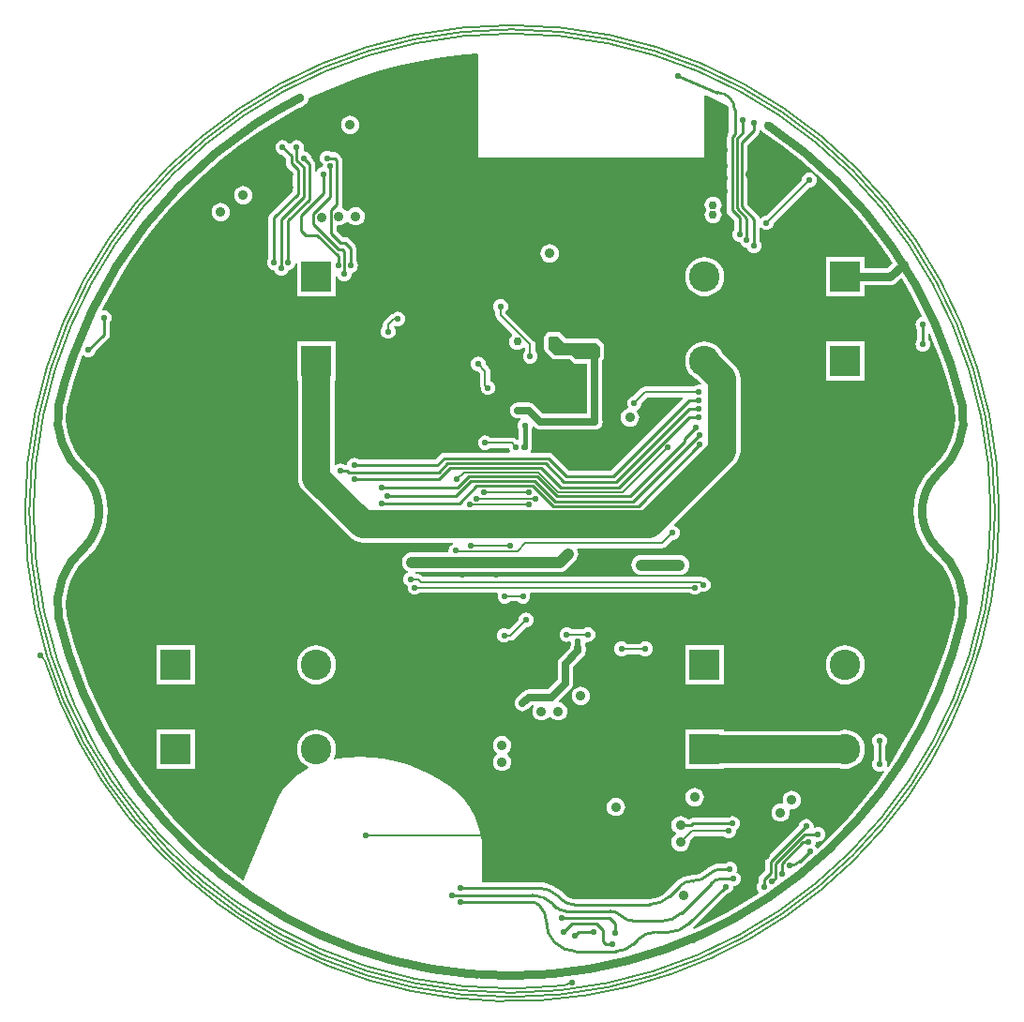
<source format=gbl>
%FSLAX25Y25*%
%MOIN*%
G70*
G01*
G75*
G04 Layer_Physical_Order=2*
G04 Layer_Color=16711680*
%ADD10C,0.01000*%
%ADD11C,0.00500*%
%ADD12C,0.00600*%
%ADD13R,0.03347X0.02953*%
%ADD14R,0.02953X0.03347*%
%ADD15R,0.03543X0.02953*%
G04:AMPARAMS|DCode=16|XSize=17.72mil|YSize=19.69mil|CornerRadius=0mil|HoleSize=0mil|Usage=FLASHONLY|Rotation=22.500|XOffset=0mil|YOffset=0mil|HoleType=Round|Shape=Rectangle|*
%AMROTATEDRECTD16*
4,1,4,-0.00442,-0.01248,-0.01195,0.00570,0.00442,0.01248,0.01195,-0.00570,-0.00442,-0.01248,0.0*
%
%ADD16ROTATEDRECTD16*%

G04:AMPARAMS|DCode=17|XSize=33.47mil|YSize=35.43mil|CornerRadius=0mil|HoleSize=0mil|Usage=FLASHONLY|Rotation=202.500|XOffset=0mil|YOffset=0mil|HoleType=Round|Shape=Rectangle|*
%AMROTATEDRECTD17*
4,1,4,0.00868,0.02277,0.02224,-0.00997,-0.00868,-0.02277,-0.02224,0.00997,0.00868,0.02277,0.0*
%
%ADD17ROTATEDRECTD17*%

G04:AMPARAMS|DCode=18|XSize=17.72mil|YSize=19.69mil|CornerRadius=0mil|HoleSize=0mil|Usage=FLASHONLY|Rotation=112.500|XOffset=0mil|YOffset=0mil|HoleType=Round|Shape=Rectangle|*
%AMROTATEDRECTD18*
4,1,4,0.01248,-0.00442,-0.00570,-0.01195,-0.01248,0.00442,0.00570,0.01195,0.01248,-0.00442,0.0*
%
%ADD18ROTATEDRECTD18*%

G04:AMPARAMS|DCode=19|XSize=33.47mil|YSize=35.43mil|CornerRadius=0mil|HoleSize=0mil|Usage=FLASHONLY|Rotation=292.500|XOffset=0mil|YOffset=0mil|HoleType=Round|Shape=Rectangle|*
%AMROTATEDRECTD19*
4,1,4,-0.02277,0.00868,0.00997,0.02224,0.02277,-0.00868,-0.00997,-0.02224,-0.02277,0.00868,0.0*
%
%ADD19ROTATEDRECTD19*%

G04:AMPARAMS|DCode=20|XSize=17.72mil|YSize=19.69mil|CornerRadius=0mil|HoleSize=0mil|Usage=FLASHONLY|Rotation=337.500|XOffset=0mil|YOffset=0mil|HoleType=Round|Shape=Rectangle|*
%AMROTATEDRECTD20*
4,1,4,-0.01195,-0.00570,-0.00442,0.01248,0.01195,0.00570,0.00442,-0.01248,-0.01195,-0.00570,0.0*
%
%ADD20ROTATEDRECTD20*%

G04:AMPARAMS|DCode=21|XSize=33.47mil|YSize=35.43mil|CornerRadius=0mil|HoleSize=0mil|Usage=FLASHONLY|Rotation=157.500|XOffset=0mil|YOffset=0mil|HoleType=Round|Shape=Rectangle|*
%AMROTATEDRECTD21*
4,1,4,0.02224,0.00997,0.00868,-0.02277,-0.02224,-0.00997,-0.00868,0.02277,0.02224,0.00997,0.0*
%
%ADD21ROTATEDRECTD21*%

G04:AMPARAMS|DCode=22|XSize=17.72mil|YSize=19.69mil|CornerRadius=0mil|HoleSize=0mil|Usage=FLASHONLY|Rotation=247.500|XOffset=0mil|YOffset=0mil|HoleType=Round|Shape=Rectangle|*
%AMROTATEDRECTD22*
4,1,4,-0.00570,0.01195,0.01248,0.00442,0.00570,-0.01195,-0.01248,-0.00442,-0.00570,0.01195,0.0*
%
%ADD22ROTATEDRECTD22*%

G04:AMPARAMS|DCode=23|XSize=33.47mil|YSize=35.43mil|CornerRadius=0mil|HoleSize=0mil|Usage=FLASHONLY|Rotation=67.500|XOffset=0mil|YOffset=0mil|HoleType=Round|Shape=Rectangle|*
%AMROTATEDRECTD23*
4,1,4,0.00997,-0.02224,-0.02277,-0.00868,-0.00997,0.02224,0.02277,0.00868,0.00997,-0.02224,0.0*
%
%ADD23ROTATEDRECTD23*%

%ADD24R,0.02362X0.02362*%
%ADD25R,0.01890X0.01575*%
%ADD26R,0.03150X0.05118*%
%ADD27R,0.02362X0.02559*%
%ADD28C,0.03200*%
%ADD29R,0.02559X0.02362*%
%ADD30R,0.08268X0.08268*%
%ADD31O,0.02559X0.01181*%
%ADD32O,0.01181X0.02559*%
%ADD33R,0.02953X0.03543*%
%ADD34R,0.03543X0.07480*%
%ADD35R,0.02362X0.02362*%
%ADD36R,0.02362X0.02756*%
%ADD37R,0.04724X0.05512*%
G04:AMPARAMS|DCode=38|XSize=11.02mil|YSize=33.47mil|CornerRadius=0mil|HoleSize=0mil|Usage=FLASHONLY|Rotation=0.000|XOffset=0mil|YOffset=0mil|HoleType=Round|Shape=Octagon|*
%AMOCTAGOND38*
4,1,8,-0.00276,0.01673,0.00276,0.01673,0.00551,0.01398,0.00551,-0.01398,0.00276,-0.01673,-0.00276,-0.01673,-0.00551,-0.01398,-0.00551,0.01398,-0.00276,0.01673,0.0*
%
%ADD38OCTAGOND38*%

%ADD39R,0.01102X0.03347*%
%ADD40R,0.03347X0.01102*%
%ADD41R,0.13583X0.13583*%
%ADD42R,0.05709X0.02165*%
%ADD43R,0.05512X0.04724*%
%ADD44R,0.05118X0.07480*%
%ADD45R,0.03000X0.10000*%
%ADD46R,0.17716X0.17716*%
%ADD47R,0.03600X0.04800*%
%ADD48R,0.09055X0.02559*%
%ADD49R,0.08071X0.11417*%
%ADD50R,0.08661X0.04095*%
%ADD51C,0.10000*%
%ADD52C,0.01500*%
%ADD53C,0.00800*%
%ADD54C,0.04000*%
%ADD55C,0.02000*%
%ADD56C,0.03000*%
%ADD57C,0.02500*%
%ADD58C,0.00700*%
%ADD59R,0.07000X0.23500*%
%ADD60R,0.15700X0.07000*%
%ADD61R,0.03000X0.03300*%
%ADD62C,0.03500*%
%ADD63C,0.02000*%
%ADD64R,0.10800X0.10800*%
%ADD65C,0.10800*%
%ADD66C,0.03000*%
%ADD67C,0.02200*%
%ADD68C,0.04000*%
%ADD69C,0.02598*%
G36*
X-11500Y162649D02*
Y125984D01*
X68898D01*
Y147757D01*
X69317Y148030D01*
X69892Y147775D01*
X77059Y144167D01*
X77538Y143896D01*
X77543Y143883D01*
X77676Y142876D01*
X77661Y142800D01*
Y135007D01*
X77458Y134805D01*
X77016Y134143D01*
X76861Y133363D01*
Y107100D01*
X76861Y107100D01*
X76861D01*
X77016Y106320D01*
X77458Y105658D01*
X79461Y103655D01*
Y100113D01*
X79229Y99811D01*
X78967Y99179D01*
X78878Y98500D01*
X78967Y97821D01*
X79229Y97189D01*
X79646Y96646D01*
X80189Y96229D01*
X80821Y95967D01*
X81459Y95883D01*
X81467Y95821D01*
X81729Y95189D01*
X82146Y94646D01*
X82689Y94229D01*
X83321Y93967D01*
X83959Y93883D01*
X83967Y93821D01*
X84229Y93189D01*
X84646Y92646D01*
X85189Y92229D01*
X85821Y91967D01*
X86500Y91878D01*
X87179Y91967D01*
X87811Y92229D01*
X88354Y92646D01*
X88771Y93189D01*
X89033Y93821D01*
X89122Y94500D01*
X89033Y95179D01*
X88771Y95811D01*
X88539Y96114D01*
Y100843D01*
X89013Y101004D01*
X89146Y100831D01*
X89689Y100414D01*
X90321Y100152D01*
X91000Y100063D01*
X91679Y100152D01*
X92311Y100414D01*
X92854Y100831D01*
X93271Y101374D01*
X93533Y102006D01*
X93605Y102550D01*
X106292Y115238D01*
X106836Y115309D01*
X107469Y115571D01*
X108012Y115988D01*
X108429Y116531D01*
X108691Y117164D01*
X108780Y117842D01*
X108691Y118521D01*
X108429Y119154D01*
X108012Y119697D01*
X107469Y120114D01*
X106836Y120376D01*
X106158Y120465D01*
X105479Y120376D01*
X104846Y120114D01*
X104303Y119697D01*
X103886Y119154D01*
X103624Y118521D01*
X103553Y117977D01*
X90865Y105290D01*
X90321Y105218D01*
X89689Y104956D01*
X89146Y104539D01*
X88952Y104287D01*
X88465Y104400D01*
X88384Y104806D01*
X87942Y105467D01*
X84139Y109270D01*
Y130255D01*
X88028Y134145D01*
X88028Y134145D01*
X88471Y134806D01*
X88607Y135491D01*
X89094Y135604D01*
X89503Y135071D01*
X90129Y134590D01*
X90189Y134565D01*
X96503Y130119D01*
X102771Y125227D01*
X108792Y120033D01*
X114550Y114550D01*
X120033Y108792D01*
X125227Y102771D01*
X130119Y96503D01*
X134697Y90002D01*
X135805Y88252D01*
X133854Y86526D01*
X125900D01*
Y90400D01*
X112100D01*
Y76600D01*
X125900D01*
Y80474D01*
X135000D01*
X135301Y80514D01*
X135603Y80535D01*
X135691Y80565D01*
X135783Y80577D01*
X136063Y80693D01*
X136350Y80792D01*
X136427Y80844D01*
X136513Y80879D01*
X136753Y81064D01*
X137005Y81234D01*
X138778Y82802D01*
X139271Y82719D01*
X142870Y76366D01*
X146280Y69591D01*
X146046Y69150D01*
X145921Y69133D01*
X145289Y68871D01*
X144746Y68454D01*
X144329Y67911D01*
X144067Y67279D01*
X143978Y66600D01*
X144067Y65921D01*
X144329Y65289D01*
X144561Y64986D01*
Y61014D01*
X144329Y60711D01*
X144067Y60079D01*
X143978Y59400D01*
X144067Y58721D01*
X144329Y58089D01*
X144746Y57546D01*
X145289Y57129D01*
X145921Y56867D01*
X146600Y56778D01*
X147279Y56867D01*
X147911Y57129D01*
X148454Y57546D01*
X148871Y58089D01*
X149133Y58721D01*
X149222Y59400D01*
X149133Y60079D01*
X148871Y60711D01*
X148639Y61014D01*
Y63107D01*
X149128Y63210D01*
X149667Y61994D01*
X152529Y54576D01*
X155023Y47026D01*
X157144Y39362D01*
X157733Y36739D01*
X157733D01*
X157747Y36730D01*
X157829Y36315D01*
X158028Y33283D01*
X157829Y30250D01*
X157237Y27269D01*
X156260Y24391D01*
X154915Y21665D01*
X153227Y19139D01*
X151223Y16853D01*
X149713Y15529D01*
X149713D01*
X149713Y15529D01*
X149708Y15484D01*
X149659Y15443D01*
X149516Y15346D01*
X149516D01*
X147684Y13258D01*
X146118Y10913D01*
X144871Y8384D01*
X143964Y5714D01*
X143414Y2949D01*
X143230Y135D01*
X143414Y-2679D01*
X143964Y-5444D01*
X144871Y-8114D01*
X146118Y-10643D01*
X147684Y-12988D01*
X149544Y-15108D01*
X149575Y-15135D01*
X149575Y-15135D01*
Y-15135D01*
X149708Y-15224D01*
X149762Y-15269D01*
X149764Y-15310D01*
X149764Y-15310D01*
X149764Y-15310D01*
X151274Y-16634D01*
X153278Y-18919D01*
X154966Y-21446D01*
X156310Y-24172D01*
X157287Y-27050D01*
X157880Y-30031D01*
X158079Y-33063D01*
X157880Y-36096D01*
X157797Y-36513D01*
X157781Y-36524D01*
X157781D01*
X157144Y-39362D01*
X155023Y-47026D01*
X152529Y-54576D01*
X149667Y-61994D01*
X146445Y-69263D01*
X142870Y-76366D01*
X138951Y-83284D01*
X134697Y-90002D01*
X134207Y-90697D01*
X133741Y-90516D01*
X133822Y-89900D01*
X133733Y-89221D01*
X133471Y-88589D01*
X133239Y-88287D01*
Y-83113D01*
X133471Y-82811D01*
X133733Y-82179D01*
X133822Y-81500D01*
X133733Y-80821D01*
X133471Y-80189D01*
X133054Y-79646D01*
X132511Y-79229D01*
X131879Y-78967D01*
X131200Y-78878D01*
X130521Y-78967D01*
X129889Y-79229D01*
X129346Y-79646D01*
X128929Y-80189D01*
X128667Y-80821D01*
X128578Y-81500D01*
X128667Y-82179D01*
X128929Y-82811D01*
X129161Y-83113D01*
Y-88287D01*
X128929Y-88589D01*
X128667Y-89221D01*
X128578Y-89900D01*
X128667Y-90579D01*
X128929Y-91211D01*
X129346Y-91754D01*
X129889Y-92171D01*
X130521Y-92433D01*
X131200Y-92522D01*
X131879Y-92433D01*
X132511Y-92171D01*
X132627Y-92082D01*
X132988Y-92428D01*
X130119Y-96503D01*
X125227Y-102771D01*
X120033Y-108792D01*
X114550Y-114550D01*
X109187Y-119657D01*
X108698Y-119553D01*
X108671Y-119489D01*
X108254Y-118946D01*
X108248Y-118941D01*
X108271Y-118911D01*
X108533Y-118279D01*
X108622Y-117603D01*
X109019Y-117299D01*
X109200Y-117322D01*
X109879Y-117233D01*
X110511Y-116971D01*
X111054Y-116554D01*
X111471Y-116011D01*
X111733Y-115379D01*
X111822Y-114700D01*
X111733Y-114021D01*
X111471Y-113389D01*
X111054Y-112846D01*
X110511Y-112429D01*
X109879Y-112167D01*
X109200Y-112078D01*
X108521Y-112167D01*
X108074Y-112352D01*
X107677Y-112048D01*
X107697Y-111900D01*
X107608Y-111221D01*
X107346Y-110589D01*
X106929Y-110046D01*
X106386Y-109629D01*
X105753Y-109367D01*
X105075Y-109278D01*
X104396Y-109367D01*
X103763Y-109629D01*
X103220Y-110046D01*
X102803Y-110589D01*
X102541Y-111221D01*
X102492Y-111599D01*
X91158Y-122933D01*
X90716Y-123594D01*
X90561Y-124374D01*
Y-127555D01*
X88658Y-129458D01*
X88216Y-130120D01*
X88061Y-130900D01*
Y-131787D01*
X87829Y-132089D01*
X87567Y-132721D01*
X87478Y-133400D01*
X87567Y-134079D01*
X87829Y-134711D01*
X88246Y-135254D01*
X88295Y-135292D01*
X88273Y-135792D01*
X83284Y-138951D01*
X76366Y-142870D01*
X69263Y-146445D01*
X65079Y-148300D01*
X64796Y-147888D01*
X76801Y-135883D01*
X77179Y-135833D01*
X77811Y-135571D01*
X78354Y-135154D01*
X78771Y-134611D01*
X79033Y-133979D01*
X79122Y-133300D01*
X79200Y-133222D01*
X79879Y-133133D01*
X80511Y-132871D01*
X81054Y-132454D01*
X81471Y-131911D01*
X81733Y-131279D01*
X81822Y-130600D01*
X81733Y-129921D01*
X81471Y-129289D01*
X81054Y-128746D01*
X80511Y-128329D01*
X80335Y-128256D01*
X80533Y-127779D01*
X80622Y-127100D01*
X80533Y-126421D01*
X80271Y-125789D01*
X79854Y-125246D01*
X79311Y-124829D01*
X78679Y-124567D01*
X78000Y-124478D01*
X77321Y-124567D01*
X76689Y-124829D01*
X76386Y-125061D01*
X74946D01*
Y-125061D01*
X73349Y-125218D01*
X71813Y-125684D01*
X70398Y-126440D01*
X69158Y-127458D01*
X69158Y-127458D01*
X69122Y-127512D01*
X68236Y-128239D01*
X67168Y-128810D01*
X66010Y-129161D01*
X64869Y-129273D01*
X64806Y-129261D01*
X64700D01*
Y-129259D01*
X63030Y-129423D01*
X61424Y-129910D01*
X59944Y-130701D01*
X58648Y-131766D01*
X58649Y-131767D01*
X55087Y-135329D01*
X55034Y-135408D01*
X53896Y-136342D01*
X52515Y-137080D01*
X51016Y-137535D01*
X49551Y-137679D01*
X49458Y-137661D01*
X22446D01*
X22371Y-137676D01*
X21376Y-137545D01*
X20380Y-137132D01*
X19584Y-136521D01*
X19542Y-136458D01*
X18371Y-135287D01*
X18356Y-135277D01*
X16933Y-134062D01*
X15323Y-133075D01*
X13577Y-132352D01*
X11741Y-131911D01*
X9875Y-131764D01*
X9858Y-131761D01*
X-9932D01*
X-10286Y-131407D01*
X-10284Y-127000D01*
X-10198Y-118393D01*
X-10276Y-116992D01*
X-10803Y-113890D01*
X-11674Y-110867D01*
X-12878Y-107961D01*
X-14400Y-105208D01*
X-16220Y-102642D01*
X-16887Y-101895D01*
Y-101895D01*
X-16752Y-101769D01*
X-16762Y-101760D01*
D01*
X-18510Y-100144D01*
X-21829Y-97527D01*
X-25343Y-95179D01*
X-29031Y-93114D01*
X-32870Y-91344D01*
X-36836Y-89881D01*
X-40904Y-88734D01*
X-45049Y-87909D01*
X-49247Y-87412D01*
X-53470Y-87246D01*
X-57694Y-87412D01*
X-61891Y-87909D01*
X-62557Y-88041D01*
X-62854Y-87640D01*
X-62594Y-87153D01*
X-62200Y-85853D01*
X-62067Y-84500D01*
X-62200Y-83147D01*
X-62594Y-81847D01*
X-63235Y-80648D01*
X-64097Y-79597D01*
X-65148Y-78735D01*
X-66347Y-78094D01*
X-67647Y-77700D01*
X-69000Y-77567D01*
X-70353Y-77700D01*
X-71653Y-78094D01*
X-72852Y-78735D01*
X-73903Y-79597D01*
X-74765Y-80648D01*
X-75406Y-81847D01*
X-75800Y-83147D01*
X-75933Y-84500D01*
X-75800Y-85853D01*
X-75406Y-87153D01*
X-74765Y-88352D01*
X-73903Y-89403D01*
X-72852Y-90265D01*
X-71888Y-90780D01*
X-71885Y-91280D01*
X-73943Y-92418D01*
X-76342Y-94120D01*
X-78535Y-96080D01*
X-80495Y-98273D01*
X-82197Y-100672D01*
X-82959Y-102050D01*
X-82959Y-102050D01*
X-94656Y-130940D01*
X-95135Y-131082D01*
X-96503Y-130119D01*
X-102771Y-125227D01*
X-108792Y-120033D01*
X-114550Y-114550D01*
X-120033Y-108792D01*
X-125227Y-102771D01*
X-130119Y-96503D01*
X-134697Y-90002D01*
X-138951Y-83284D01*
X-142870Y-76366D01*
X-146445Y-69263D01*
X-149667Y-61994D01*
X-152529Y-54576D01*
X-155023Y-47026D01*
X-157144Y-39362D01*
X-157730Y-36754D01*
X-157714Y-36731D01*
X-157714Y-36731D01*
X-157840Y-36096D01*
X-158039Y-33063D01*
X-157840Y-30031D01*
X-157247Y-27050D01*
X-156271Y-24172D01*
X-154926Y-21446D01*
X-153238Y-18919D01*
X-151234Y-16634D01*
X-149724Y-15310D01*
X-149724D01*
X-149724Y-15310D01*
X-149722Y-15269D01*
X-149716Y-15263D01*
X-149716D01*
X-149712Y-15260D01*
D01*
X-149669Y-15224D01*
X-149669Y-15224D01*
D01*
D01*
X-149669Y-15224D01*
D01*
X-149669Y-15223D01*
X-149535Y-15135D01*
X-149535Y-15135D01*
Y-15135D01*
X-149504Y-15108D01*
X-147644Y-12988D01*
X-146078Y-10643D01*
X-144831Y-8114D01*
X-143924Y-5444D01*
X-143374Y-2679D01*
X-143190Y135D01*
X-143374Y2949D01*
X-143924Y5714D01*
X-144831Y8384D01*
X-146078Y10913D01*
X-147644Y13258D01*
X-147644D01*
X-147644Y13258D01*
D01*
X-149475Y15345D01*
X-149475D01*
X-149476Y15346D01*
X-149476D01*
X-149619Y15443D01*
X-149619Y15443D01*
D01*
X-149619Y15443D01*
D01*
D01*
X-149619Y15443D01*
X-149668Y15484D01*
X-149673Y15529D01*
X-149673Y15529D01*
X-149673Y15529D01*
X-151183Y16853D01*
X-153187Y19139D01*
X-154876Y21665D01*
X-156220Y24391D01*
X-157197Y27269D01*
X-157790Y30250D01*
X-157988Y33283D01*
X-157790Y36315D01*
X-157663Y36950D01*
X-157663Y36950D01*
X-157680Y36975D01*
X-157144Y39362D01*
X-155023Y47026D01*
X-152529Y54576D01*
X-152207Y55411D01*
X-151725Y55547D01*
X-151311Y55229D01*
X-150679Y54967D01*
X-150000Y54878D01*
X-149321Y54967D01*
X-148689Y55229D01*
X-148146Y55646D01*
X-147729Y56189D01*
X-147467Y56821D01*
X-147417Y57199D01*
X-143058Y61558D01*
X-143058Y61558D01*
X-142793Y61955D01*
X-142616Y62220D01*
X-142461Y63000D01*
X-142461Y63000D01*
X-142461Y63000D01*
Y63000D01*
Y67387D01*
X-142229Y67689D01*
X-141967Y68321D01*
X-141878Y69000D01*
X-141967Y69679D01*
X-142229Y70311D01*
X-142646Y70854D01*
X-143189Y71271D01*
X-143821Y71533D01*
X-144500Y71622D01*
X-144782Y71585D01*
X-145071Y71993D01*
X-142870Y76366D01*
X-138951Y83284D01*
X-134697Y90002D01*
X-130119Y96503D01*
X-125227Y102771D01*
X-120033Y108792D01*
X-114550Y114550D01*
X-108792Y120033D01*
X-102771Y125227D01*
X-96503Y130119D01*
X-90002Y134697D01*
X-83284Y138951D01*
X-76366Y142870D01*
X-73474Y144326D01*
Y144326D01*
X-73456Y144376D01*
X-73344Y144422D01*
X-72717Y144903D01*
X-72237Y145529D01*
X-71934Y146259D01*
X-71865Y146782D01*
X-69892Y147775D01*
X-62557Y151026D01*
X-55071Y153914D01*
X-47453Y156431D01*
X-39720Y158571D01*
X-31891Y160329D01*
X-23986Y161700D01*
X-16023Y162682D01*
X-11866Y162989D01*
X-11500Y162649D01*
D02*
G37*
%LPC*%
G36*
X119000Y-47567D02*
X117647Y-47700D01*
X116347Y-48094D01*
X115148Y-48735D01*
X114097Y-49597D01*
X113235Y-50648D01*
X112594Y-51847D01*
X112200Y-53147D01*
X112067Y-54500D01*
X112200Y-55853D01*
X112594Y-57153D01*
X113235Y-58352D01*
X114097Y-59403D01*
X115148Y-60265D01*
X116347Y-60906D01*
X117647Y-61300D01*
X119000Y-61433D01*
X120353Y-61300D01*
X121653Y-60906D01*
X122852Y-60265D01*
X123903Y-59403D01*
X124765Y-58352D01*
X125406Y-57153D01*
X125800Y-55853D01*
X125933Y-54500D01*
X125800Y-53147D01*
X125406Y-51847D01*
X124765Y-50648D01*
X123903Y-49597D01*
X122852Y-48735D01*
X121653Y-48094D01*
X120353Y-47700D01*
X119000Y-47567D01*
D02*
G37*
G36*
X-69000D02*
X-70353Y-47700D01*
X-71653Y-48094D01*
X-72852Y-48735D01*
X-73903Y-49597D01*
X-74765Y-50648D01*
X-75406Y-51847D01*
X-75800Y-53147D01*
X-75933Y-54500D01*
X-75800Y-55853D01*
X-75406Y-57153D01*
X-74765Y-58352D01*
X-73903Y-59403D01*
X-72852Y-60265D01*
X-71653Y-60906D01*
X-70353Y-61300D01*
X-69000Y-61433D01*
X-67647Y-61300D01*
X-66347Y-60906D01*
X-65148Y-60265D01*
X-64097Y-59403D01*
X-63235Y-58352D01*
X-62594Y-57153D01*
X-62200Y-55853D01*
X-62067Y-54500D01*
X-62200Y-53147D01*
X-62594Y-51847D01*
X-63235Y-50648D01*
X-64097Y-49597D01*
X-65148Y-48735D01*
X-66347Y-48094D01*
X-67647Y-47700D01*
X-69000Y-47567D01*
D02*
G37*
G36*
X25000Y-62222D02*
X24152Y-62334D01*
X23361Y-62661D01*
X22682Y-63182D01*
X22161Y-63861D01*
X21834Y-64652D01*
X21722Y-65500D01*
X21834Y-66348D01*
X22161Y-67139D01*
X22682Y-67818D01*
X23361Y-68339D01*
X24152Y-68666D01*
X25000Y-68778D01*
X25848Y-68666D01*
X26639Y-68339D01*
X27318Y-67818D01*
X27839Y-67139D01*
X28166Y-66348D01*
X28278Y-65500D01*
X28166Y-64652D01*
X27839Y-63861D01*
X27318Y-63182D01*
X26639Y-62661D01*
X25848Y-62334D01*
X25000Y-62222D01*
D02*
G37*
G36*
X-112100Y-47600D02*
X-125900D01*
Y-61400D01*
X-112100D01*
Y-47600D01*
D02*
G37*
G36*
X27500Y-41133D02*
X26821Y-41223D01*
X26189Y-41485D01*
X25754Y-41819D01*
X21746D01*
X21311Y-41485D01*
X20679Y-41223D01*
X20000Y-41133D01*
X19321Y-41223D01*
X18689Y-41485D01*
X18146Y-41902D01*
X17729Y-42445D01*
X17467Y-43077D01*
X17378Y-43756D01*
X17467Y-44435D01*
X17729Y-45067D01*
X18146Y-45610D01*
X18689Y-46027D01*
X19321Y-46289D01*
X20000Y-46378D01*
X20679Y-46289D01*
X20998Y-46157D01*
X21431Y-46407D01*
X21451Y-46558D01*
Y-47468D01*
X21321Y-47782D01*
X21242Y-48382D01*
X17539Y-52085D01*
X17098Y-52660D01*
X16983Y-52937D01*
X16821Y-53329D01*
X16726Y-54046D01*
Y-59851D01*
X13351Y-63226D01*
X6500D01*
X5782Y-63321D01*
X5113Y-63598D01*
X4539Y-64039D01*
X2328Y-66249D01*
X1887Y-66824D01*
X1610Y-67493D01*
X1516Y-68211D01*
X1610Y-68928D01*
X1887Y-69598D01*
X2328Y-70172D01*
X2902Y-70613D01*
X3571Y-70890D01*
X4289Y-70984D01*
X5007Y-70890D01*
X5676Y-70613D01*
X6251Y-70172D01*
X7612Y-68811D01*
X8105Y-68892D01*
X8268Y-69222D01*
X8161Y-69361D01*
X7834Y-70152D01*
X7722Y-71000D01*
X7834Y-71848D01*
X8161Y-72639D01*
X8682Y-73318D01*
X9361Y-73839D01*
X10152Y-74166D01*
X11000Y-74278D01*
X11848Y-74166D01*
X12639Y-73839D01*
X13318Y-73318D01*
X13750Y-72755D01*
X14250D01*
X14682Y-73318D01*
X15361Y-73839D01*
X16152Y-74166D01*
X17000Y-74278D01*
X17848Y-74166D01*
X18639Y-73839D01*
X19318Y-73318D01*
X19839Y-72639D01*
X20166Y-71848D01*
X20278Y-71000D01*
X20166Y-70152D01*
X19839Y-69361D01*
X19318Y-68682D01*
X18639Y-68161D01*
X17848Y-67834D01*
X17296Y-67761D01*
X17135Y-67287D01*
X21461Y-62961D01*
X21902Y-62387D01*
X22179Y-61718D01*
X22274Y-61000D01*
X22274Y-61000D01*
X22274Y-61000D01*
Y-61000D01*
Y-55195D01*
X25961Y-51508D01*
X26402Y-50933D01*
X26517Y-50656D01*
X26679Y-50264D01*
X26774Y-49547D01*
Y-48500D01*
X26679Y-47782D01*
X26549Y-47468D01*
Y-46632D01*
X26925Y-46303D01*
X27500Y-46378D01*
X28179Y-46289D01*
X28811Y-46027D01*
X29354Y-45610D01*
X29771Y-45067D01*
X30033Y-44435D01*
X30122Y-43756D01*
X30033Y-43077D01*
X29771Y-42445D01*
X29354Y-41902D01*
X28811Y-41485D01*
X28179Y-41223D01*
X27500Y-41133D01*
D02*
G37*
G36*
X47900Y-46178D02*
X47221Y-46267D01*
X46589Y-46529D01*
X46046Y-46946D01*
X46031Y-46965D01*
X41269D01*
X41254Y-46946D01*
X40711Y-46529D01*
X40079Y-46267D01*
X39400Y-46178D01*
X38721Y-46267D01*
X38089Y-46529D01*
X37546Y-46946D01*
X37129Y-47489D01*
X36867Y-48121D01*
X36778Y-48800D01*
X36867Y-49479D01*
X37129Y-50111D01*
X37546Y-50654D01*
X38089Y-51071D01*
X38721Y-51333D01*
X39400Y-51422D01*
X40079Y-51333D01*
X40711Y-51071D01*
X41254Y-50654D01*
X41269Y-50635D01*
X46031D01*
X46046Y-50654D01*
X46589Y-51071D01*
X47221Y-51333D01*
X47900Y-51422D01*
X48579Y-51333D01*
X49211Y-51071D01*
X49754Y-50654D01*
X50171Y-50111D01*
X50433Y-49479D01*
X50522Y-48800D01*
X50433Y-48121D01*
X50171Y-47489D01*
X49754Y-46946D01*
X49211Y-46529D01*
X48579Y-46267D01*
X47900Y-46178D01*
D02*
G37*
G36*
X75900Y-47600D02*
X62100D01*
Y-61400D01*
X75900D01*
Y-47600D01*
D02*
G37*
G36*
X65500Y-98222D02*
X64652Y-98334D01*
X63861Y-98661D01*
X63182Y-99182D01*
X62661Y-99861D01*
X62334Y-100652D01*
X62222Y-101500D01*
X62334Y-102348D01*
X62661Y-103139D01*
X63182Y-103818D01*
X63861Y-104339D01*
X64652Y-104666D01*
X65500Y-104778D01*
X66348Y-104666D01*
X67139Y-104339D01*
X67818Y-103818D01*
X68339Y-103139D01*
X68666Y-102348D01*
X68778Y-101500D01*
X68666Y-100652D01*
X68339Y-99861D01*
X67818Y-99182D01*
X67139Y-98661D01*
X66348Y-98334D01*
X65500Y-98222D01*
D02*
G37*
G36*
X37500Y-101722D02*
X36652Y-101834D01*
X35861Y-102161D01*
X35182Y-102682D01*
X34661Y-103361D01*
X34334Y-104152D01*
X34222Y-105000D01*
X34334Y-105848D01*
X34661Y-106639D01*
X35182Y-107318D01*
X35861Y-107839D01*
X36652Y-108166D01*
X37500Y-108278D01*
X38348Y-108166D01*
X39139Y-107839D01*
X39818Y-107318D01*
X40339Y-106639D01*
X40666Y-105848D01*
X40778Y-105000D01*
X40666Y-104152D01*
X40339Y-103361D01*
X39818Y-102682D01*
X39139Y-102161D01*
X38348Y-101834D01*
X37500Y-101722D01*
D02*
G37*
G36*
X60500Y-108222D02*
X59652Y-108334D01*
X58861Y-108661D01*
X58182Y-109182D01*
X57661Y-109861D01*
X57334Y-110652D01*
X57222Y-111500D01*
X57334Y-112348D01*
X57661Y-113139D01*
X58182Y-113818D01*
X58745Y-114250D01*
Y-114750D01*
X58182Y-115182D01*
X57661Y-115861D01*
X57334Y-116652D01*
X57222Y-117500D01*
X57334Y-118348D01*
X57661Y-119139D01*
X58182Y-119818D01*
X58861Y-120339D01*
X59652Y-120666D01*
X60500Y-120778D01*
X61348Y-120666D01*
X62139Y-120339D01*
X62818Y-119818D01*
X63339Y-119139D01*
X63666Y-118348D01*
X63778Y-117500D01*
X63699Y-116897D01*
X65160Y-115435D01*
X75631D01*
X75646Y-115454D01*
X76189Y-115871D01*
X76821Y-116133D01*
X77500Y-116222D01*
X78179Y-116133D01*
X78811Y-115871D01*
X79354Y-115454D01*
X79771Y-114911D01*
X80033Y-114279D01*
X80122Y-113600D01*
X80079Y-113267D01*
X80311Y-113171D01*
X80854Y-112754D01*
X81271Y-112211D01*
X81533Y-111579D01*
X81622Y-110900D01*
X81533Y-110221D01*
X81271Y-109589D01*
X80854Y-109046D01*
X80311Y-108629D01*
X79679Y-108367D01*
X79000Y-108278D01*
X78321Y-108367D01*
X77689Y-108629D01*
X77386Y-108861D01*
X65000D01*
X64220Y-109016D01*
X63558Y-109458D01*
X63527Y-109489D01*
X63028Y-109456D01*
X62818Y-109182D01*
X62139Y-108661D01*
X61348Y-108334D01*
X60500Y-108222D01*
D02*
G37*
G36*
X100000Y-99222D02*
X99152Y-99334D01*
X98361Y-99661D01*
X97682Y-100182D01*
X97161Y-100861D01*
X96834Y-101652D01*
X96722Y-102500D01*
X96834Y-103348D01*
X96854Y-103398D01*
X96550Y-103794D01*
X96000Y-103722D01*
X95152Y-103834D01*
X94361Y-104161D01*
X93682Y-104682D01*
X93161Y-105361D01*
X92834Y-106152D01*
X92722Y-107000D01*
X92834Y-107848D01*
X93161Y-108639D01*
X93682Y-109318D01*
X94361Y-109839D01*
X95152Y-110166D01*
X96000Y-110278D01*
X96848Y-110166D01*
X97639Y-109839D01*
X98318Y-109318D01*
X98839Y-108639D01*
X99166Y-107848D01*
X99278Y-107000D01*
X99166Y-106152D01*
X99146Y-106102D01*
X99450Y-105706D01*
X100000Y-105778D01*
X100848Y-105666D01*
X101639Y-105339D01*
X102318Y-104818D01*
X102839Y-104139D01*
X103166Y-103348D01*
X103278Y-102500D01*
X103166Y-101652D01*
X102839Y-100861D01*
X102318Y-100182D01*
X101639Y-99661D01*
X100848Y-99334D01*
X100000Y-99222D01*
D02*
G37*
G36*
X119000Y-77567D02*
X117647Y-77700D01*
X116762Y-77969D01*
X75900D01*
Y-77600D01*
X62100D01*
Y-91400D01*
X75900D01*
Y-91031D01*
X116762D01*
X117647Y-91300D01*
X119000Y-91433D01*
X120353Y-91300D01*
X121653Y-90906D01*
X122852Y-90265D01*
X123903Y-89403D01*
X124765Y-88352D01*
X125406Y-87153D01*
X125800Y-85853D01*
X125933Y-84500D01*
X125800Y-83147D01*
X125406Y-81847D01*
X124765Y-80648D01*
X123903Y-79597D01*
X122852Y-78735D01*
X121653Y-78094D01*
X120353Y-77700D01*
X119000Y-77567D01*
D02*
G37*
G36*
X-112100Y-77600D02*
X-125900D01*
Y-91400D01*
X-112100D01*
Y-77600D01*
D02*
G37*
G36*
X-3000Y-79722D02*
X-3848Y-79834D01*
X-4639Y-80161D01*
X-5318Y-80682D01*
X-5839Y-81361D01*
X-6166Y-82152D01*
X-6278Y-83000D01*
X-6166Y-83848D01*
X-5839Y-84639D01*
X-5318Y-85318D01*
X-4755Y-85750D01*
Y-86250D01*
X-5318Y-86682D01*
X-5839Y-87361D01*
X-6166Y-88152D01*
X-6278Y-89000D01*
X-6166Y-89848D01*
X-5839Y-90639D01*
X-5318Y-91318D01*
X-4639Y-91839D01*
X-3848Y-92166D01*
X-3000Y-92278D01*
X-2152Y-92166D01*
X-1361Y-91839D01*
X-682Y-91318D01*
X-161Y-90639D01*
X166Y-89848D01*
X278Y-89000D01*
X166Y-88152D01*
X-161Y-87361D01*
X-682Y-86682D01*
X-1245Y-86250D01*
Y-85750D01*
X-682Y-85318D01*
X-161Y-84639D01*
X166Y-83848D01*
X278Y-83000D01*
X166Y-82152D01*
X-161Y-81361D01*
X-682Y-80682D01*
X-1361Y-80161D01*
X-2152Y-79834D01*
X-3000Y-79722D01*
D02*
G37*
G36*
X5500Y-35878D02*
X4821Y-35967D01*
X4189Y-36229D01*
X3646Y-36646D01*
X3229Y-37189D01*
X2967Y-37821D01*
X2878Y-38500D01*
X2881Y-38524D01*
X-613Y-42017D01*
X-989Y-41729D01*
X-1621Y-41467D01*
X-2300Y-41378D01*
X-2979Y-41467D01*
X-3611Y-41729D01*
X-4154Y-42146D01*
X-4571Y-42689D01*
X-4833Y-43321D01*
X-4922Y-44000D01*
X-4833Y-44679D01*
X-4571Y-45311D01*
X-4154Y-45854D01*
X-3611Y-46271D01*
X-2979Y-46533D01*
X-2300Y-46622D01*
X-1621Y-46533D01*
X-989Y-46271D01*
X-446Y-45854D01*
X-431Y-45835D01*
X0D01*
X586Y-45719D01*
X702Y-45696D01*
X1298Y-45298D01*
X5476Y-41119D01*
X5500Y-41122D01*
X6179Y-41033D01*
X6811Y-40771D01*
X7354Y-40354D01*
X7771Y-39811D01*
X8033Y-39179D01*
X8122Y-38500D01*
X8033Y-37821D01*
X7771Y-37189D01*
X7354Y-36646D01*
X6811Y-36229D01*
X6179Y-35967D01*
X5500Y-35878D01*
D02*
G37*
G36*
X72000Y112026D02*
X71217Y111923D01*
X70487Y111620D01*
X69860Y111140D01*
X69380Y110513D01*
X69077Y109783D01*
X68974Y109000D01*
X69077Y108217D01*
X69380Y107487D01*
X69561Y107250D01*
X69380Y107013D01*
X69077Y106283D01*
X68974Y105500D01*
X69077Y104717D01*
X69380Y103987D01*
X69860Y103360D01*
X70487Y102880D01*
X71217Y102577D01*
X72000Y102474D01*
X72783Y102577D01*
X73513Y102880D01*
X74140Y103360D01*
X74620Y103987D01*
X74923Y104717D01*
X75026Y105500D01*
X74923Y106283D01*
X74620Y107013D01*
X74439Y107250D01*
X74620Y107487D01*
X74923Y108217D01*
X75026Y109000D01*
X74923Y109783D01*
X74620Y110513D01*
X74140Y111140D01*
X73513Y111620D01*
X72783Y111923D01*
X72000Y112026D01*
D02*
G37*
G36*
X13910Y95108D02*
X13062Y94996D01*
X12271Y94669D01*
X11592Y94148D01*
X11071Y93469D01*
X10744Y92678D01*
X10632Y91830D01*
X10744Y90982D01*
X11071Y90191D01*
X11592Y89512D01*
X12271Y88991D01*
X13062Y88664D01*
X13910Y88552D01*
X14758Y88664D01*
X15549Y88991D01*
X16228Y89512D01*
X16749Y90191D01*
X17076Y90982D01*
X17188Y91830D01*
X17076Y92678D01*
X16749Y93469D01*
X16228Y94148D01*
X15549Y94669D01*
X14758Y94996D01*
X13910Y95108D01*
D02*
G37*
G36*
X69000Y90433D02*
X67647Y90300D01*
X66347Y89906D01*
X65148Y89265D01*
X64097Y88403D01*
X63235Y87352D01*
X62594Y86153D01*
X62200Y84853D01*
X62067Y83500D01*
X62200Y82147D01*
X62594Y80847D01*
X63235Y79648D01*
X64097Y78597D01*
X65148Y77735D01*
X66347Y77094D01*
X67647Y76700D01*
X69000Y76567D01*
X70353Y76700D01*
X71653Y77094D01*
X72852Y77735D01*
X73903Y78597D01*
X74765Y79648D01*
X75406Y80847D01*
X75800Y82147D01*
X75933Y83500D01*
X75800Y84853D01*
X75406Y86153D01*
X74765Y87352D01*
X73903Y88403D01*
X72852Y89265D01*
X71653Y89906D01*
X70353Y90300D01*
X69000Y90433D01*
D02*
G37*
G36*
X-103000Y109778D02*
X-103848Y109666D01*
X-104639Y109339D01*
X-105318Y108818D01*
X-105839Y108139D01*
X-106166Y107348D01*
X-106278Y106500D01*
X-106166Y105652D01*
X-105839Y104861D01*
X-105318Y104182D01*
X-104639Y103661D01*
X-103848Y103334D01*
X-103000Y103222D01*
X-102152Y103334D01*
X-101361Y103661D01*
X-100682Y104182D01*
X-100161Y104861D01*
X-99834Y105652D01*
X-99722Y106500D01*
X-99834Y107348D01*
X-100161Y108139D01*
X-100682Y108818D01*
X-101361Y109339D01*
X-102152Y109666D01*
X-103000Y109778D01*
D02*
G37*
G36*
X-57000Y140778D02*
X-57848Y140666D01*
X-58639Y140339D01*
X-59318Y139818D01*
X-59839Y139139D01*
X-60166Y138348D01*
X-60278Y137500D01*
X-60166Y136652D01*
X-59839Y135861D01*
X-59318Y135182D01*
X-58639Y134661D01*
X-57848Y134334D01*
X-57000Y134222D01*
X-56152Y134334D01*
X-55361Y134661D01*
X-54682Y135182D01*
X-54161Y135861D01*
X-53834Y136652D01*
X-53722Y137500D01*
X-53834Y138348D01*
X-54161Y139139D01*
X-54682Y139818D01*
X-55361Y140339D01*
X-56152Y140666D01*
X-57000Y140778D01*
D02*
G37*
G36*
X-76000Y132122D02*
X-76679Y132033D01*
X-77311Y131771D01*
X-77854Y131354D01*
X-78250Y130839D01*
X-78750D01*
X-79146Y131354D01*
X-79689Y131771D01*
X-80321Y132033D01*
X-81000Y132122D01*
X-81679Y132033D01*
X-82311Y131771D01*
X-82854Y131354D01*
X-83271Y130811D01*
X-83533Y130179D01*
X-83622Y129500D01*
X-83533Y128821D01*
X-83271Y128189D01*
X-82854Y127646D01*
X-82311Y127229D01*
X-81679Y126967D01*
X-81301Y126917D01*
X-79957Y125573D01*
Y123917D01*
X-79957Y123917D01*
X-79957D01*
X-79801Y123137D01*
X-79359Y122475D01*
X-77539Y120655D01*
Y113845D01*
X-85442Y105942D01*
X-85884Y105280D01*
X-86039Y104500D01*
Y90114D01*
X-86271Y89811D01*
X-86533Y89179D01*
X-86622Y88500D01*
X-86533Y87821D01*
X-86271Y87189D01*
X-85854Y86646D01*
X-85311Y86229D01*
X-84679Y85967D01*
X-84041Y85883D01*
X-84033Y85821D01*
X-83771Y85189D01*
X-83354Y84646D01*
X-82811Y84229D01*
X-82179Y83967D01*
X-81500Y83878D01*
X-80821Y83967D01*
X-80189Y84229D01*
X-79646Y84646D01*
X-79229Y85189D01*
X-78967Y85821D01*
X-78959Y85883D01*
X-78321Y85967D01*
X-77689Y86229D01*
X-77146Y86646D01*
X-76729Y87189D01*
X-76467Y87821D01*
X-76399Y88338D01*
X-76399D01*
D01*
X-75900Y88305D01*
Y76600D01*
X-62100D01*
Y83567D01*
X-61610Y83665D01*
X-61371Y83089D01*
X-60954Y82546D01*
X-60411Y82129D01*
X-59779Y81867D01*
X-59100Y81778D01*
X-58421Y81867D01*
X-57789Y82129D01*
X-57246Y82546D01*
X-56829Y83089D01*
X-56567Y83721D01*
X-56478Y84400D01*
X-56493Y84513D01*
X-56221Y84867D01*
X-55589Y85129D01*
X-55046Y85546D01*
X-54629Y86089D01*
X-54367Y86721D01*
X-54278Y87400D01*
X-54367Y88079D01*
X-54629Y88711D01*
X-54861Y89013D01*
Y93700D01*
X-54861Y93700D01*
X-55016Y94480D01*
X-55458Y95142D01*
X-57358Y97042D01*
X-58020Y97484D01*
X-58800Y97639D01*
X-59655D01*
X-61861Y99845D01*
Y101456D01*
X-61485Y101786D01*
X-61000Y101722D01*
X-60152Y101834D01*
X-59361Y102161D01*
X-58682Y102682D01*
X-58250Y103245D01*
X-57750D01*
X-57318Y102682D01*
X-56639Y102161D01*
X-55848Y101834D01*
X-55000Y101722D01*
X-54152Y101834D01*
X-53361Y102161D01*
X-52682Y102682D01*
X-52161Y103361D01*
X-51834Y104152D01*
X-51722Y105000D01*
X-51834Y105848D01*
X-52161Y106639D01*
X-52682Y107318D01*
X-53361Y107839D01*
X-54152Y108166D01*
X-55000Y108278D01*
X-55848Y108166D01*
X-56639Y107839D01*
X-57318Y107318D01*
X-57750Y106755D01*
X-58250D01*
X-58682Y107318D01*
X-59361Y107839D01*
X-59794Y108018D01*
X-59916Y108420D01*
X-59761Y109200D01*
Y124900D01*
X-59916Y125680D01*
X-60358Y126342D01*
X-61158Y127142D01*
X-61820Y127584D01*
X-62600Y127739D01*
X-63586D01*
X-63889Y127971D01*
X-64521Y128233D01*
X-65200Y128322D01*
X-65879Y128233D01*
X-66511Y127971D01*
X-67054Y127554D01*
X-67471Y127011D01*
X-67733Y126379D01*
X-67822Y125700D01*
X-67733Y125021D01*
X-67471Y124389D01*
X-67054Y123846D01*
X-66640Y123528D01*
X-66722Y122900D01*
X-66984Y122559D01*
X-67179Y122533D01*
X-67811Y122271D01*
X-68354Y121854D01*
X-68771Y121311D01*
X-68970Y120830D01*
X-69461Y120928D01*
Y123500D01*
X-69616Y124280D01*
X-70058Y124942D01*
X-70917Y125801D01*
X-70967Y126179D01*
X-71229Y126811D01*
X-71646Y127354D01*
X-72189Y127771D01*
X-72821Y128033D01*
X-73336Y128101D01*
X-73545Y128463D01*
X-73562Y128592D01*
X-73467Y128821D01*
X-73378Y129500D01*
X-73467Y130179D01*
X-73729Y130811D01*
X-74146Y131354D01*
X-74689Y131771D01*
X-75321Y132033D01*
X-76000Y132122D01*
D02*
G37*
G36*
X-95000Y115778D02*
X-95848Y115666D01*
X-96639Y115339D01*
X-97318Y114818D01*
X-97839Y114139D01*
X-98166Y113348D01*
X-98278Y112500D01*
X-98166Y111652D01*
X-97839Y110861D01*
X-97318Y110182D01*
X-96639Y109661D01*
X-95848Y109334D01*
X-95000Y109222D01*
X-94152Y109334D01*
X-93361Y109661D01*
X-92682Y110182D01*
X-92161Y110861D01*
X-91834Y111652D01*
X-91722Y112500D01*
X-91834Y113348D01*
X-92161Y114139D01*
X-92682Y114818D01*
X-93361Y115339D01*
X-94152Y115666D01*
X-95000Y115778D01*
D02*
G37*
G36*
X-11500Y55122D02*
X-12179Y55033D01*
X-12811Y54771D01*
X-13354Y54354D01*
X-13771Y53811D01*
X-14033Y53179D01*
X-14122Y52500D01*
X-14033Y51821D01*
X-13771Y51189D01*
X-13354Y50646D01*
X-12811Y50229D01*
X-12179Y49967D01*
X-11500Y49878D01*
X-11476Y49881D01*
X-10835Y49240D01*
Y45000D01*
X-10719Y44414D01*
X-10696Y44298D01*
X-10602Y44157D01*
X-10622Y44000D01*
X-10533Y43321D01*
X-10271Y42689D01*
X-9854Y42146D01*
X-9311Y41729D01*
X-8679Y41467D01*
X-8000Y41378D01*
X-7321Y41467D01*
X-6689Y41729D01*
X-6146Y42146D01*
X-5729Y42689D01*
X-5467Y43321D01*
X-5378Y44000D01*
X-5467Y44679D01*
X-5729Y45311D01*
X-6146Y45854D01*
X-6689Y46271D01*
X-7165Y46468D01*
Y50000D01*
X-7304Y50702D01*
X-7436Y50900D01*
X-7702Y51298D01*
X-8881Y52476D01*
X-8878Y52500D01*
X-8967Y53179D01*
X-9229Y53811D01*
X-9646Y54354D01*
X-10189Y54771D01*
X-10821Y55033D01*
X-11500Y55122D01*
D02*
G37*
G36*
X14900Y63922D02*
X14221Y63833D01*
X14212Y63829D01*
X14000D01*
X13415Y63713D01*
X12919Y63381D01*
X12419Y62881D01*
X12087Y62385D01*
X11971Y61800D01*
Y57800D01*
X12087Y57215D01*
X12419Y56719D01*
X14561Y54576D01*
X15057Y54244D01*
X15643Y54128D01*
X21109D01*
X22219Y53019D01*
X22715Y52687D01*
X23300Y52571D01*
X27139D01*
Y34774D01*
X11649D01*
X8461Y37961D01*
X7887Y38402D01*
X7610Y38517D01*
X7218Y38679D01*
X6500Y38774D01*
X2500D01*
X1782Y38679D01*
X1113Y38402D01*
X539Y37961D01*
X98Y37387D01*
X-179Y36718D01*
X-274Y36000D01*
X-179Y35282D01*
X98Y34613D01*
X539Y34039D01*
X1113Y33598D01*
X1782Y33321D01*
X2500Y33226D01*
X3457D01*
X3617Y32753D01*
X3303Y32512D01*
X2886Y31969D01*
X2624Y31336D01*
X2535Y30658D01*
X2624Y29979D01*
X2863Y29402D01*
Y25888D01*
X2488Y25558D01*
X2000Y25622D01*
X1976Y25619D01*
X1798Y25798D01*
X1202Y26196D01*
X1086Y26219D01*
X500Y26335D01*
X-7131D01*
X-7146Y26354D01*
X-7689Y26771D01*
X-8321Y27033D01*
X-9000Y27122D01*
X-9679Y27033D01*
X-10311Y26771D01*
X-10854Y26354D01*
X-11271Y25811D01*
X-11533Y25179D01*
X-11622Y24500D01*
X-11533Y23821D01*
X-11271Y23189D01*
X-10854Y22646D01*
X-10311Y22229D01*
X-9679Y21967D01*
X-9000Y21878D01*
X-8321Y21967D01*
X-7689Y22229D01*
X-7146Y22646D01*
X-7131Y22665D01*
X-578D01*
X-533Y22321D01*
X-271Y21689D01*
X-117Y21488D01*
X-338Y21039D01*
X-23500D01*
X-24280Y20884D01*
X-24942Y20442D01*
X-26845Y18539D01*
X-53886D01*
X-54189Y18771D01*
X-54821Y19033D01*
X-55500Y19122D01*
X-56179Y19033D01*
X-56811Y18771D01*
X-57354Y18354D01*
X-57771Y17811D01*
X-58033Y17179D01*
X-58117Y16539D01*
X-58886D01*
X-59189Y16771D01*
X-59821Y17033D01*
X-60500Y17122D01*
X-61179Y17033D01*
X-61811Y16771D01*
X-62020Y16611D01*
X-62469Y16832D01*
Y46600D01*
X-62100D01*
Y60400D01*
X-75900D01*
Y46600D01*
X-75531D01*
Y12000D01*
X-75406Y10726D01*
X-75034Y9500D01*
X-74431Y8371D01*
X-74431Y8371D01*
X-74431Y8371D01*
X-73618Y7382D01*
X-57118Y-9118D01*
X-56129Y-9931D01*
X-55000Y-10534D01*
X-53774Y-10906D01*
X-52500Y-11031D01*
X-20550D01*
X-20453Y-11522D01*
X-20711Y-11629D01*
X-21254Y-12046D01*
X-21671Y-12589D01*
X-21933Y-13221D01*
X-22022Y-13900D01*
X-21997Y-14094D01*
X-22327Y-14470D01*
X-35000D01*
X-35914Y-14590D01*
X-36765Y-14943D01*
X-37496Y-15504D01*
X-38057Y-16235D01*
X-38410Y-17086D01*
X-38530Y-18000D01*
X-38410Y-18914D01*
X-38057Y-19765D01*
X-37496Y-20496D01*
X-36765Y-21057D01*
X-36581Y-21134D01*
Y-21633D01*
X-36811Y-21729D01*
X-37354Y-22146D01*
X-37771Y-22689D01*
X-38033Y-23321D01*
X-38122Y-24000D01*
X-38033Y-24679D01*
X-37771Y-25311D01*
X-37354Y-25854D01*
X-36811Y-26271D01*
X-36541Y-26383D01*
X-36622Y-27000D01*
X-36533Y-27679D01*
X-36271Y-28311D01*
X-35854Y-28854D01*
X-35311Y-29271D01*
X-34679Y-29533D01*
X-34000Y-29622D01*
X-33321Y-29533D01*
X-32689Y-29271D01*
X-32146Y-28854D01*
X-32131Y-28835D01*
X-4740D01*
X-4463Y-29251D01*
X-4533Y-29421D01*
X-4622Y-30100D01*
X-4533Y-30779D01*
X-4271Y-31411D01*
X-3854Y-31954D01*
X-3311Y-32371D01*
X-2679Y-32633D01*
X-2000Y-32722D01*
X-1321Y-32633D01*
X-689Y-32371D01*
X-146Y-31954D01*
X-131Y-31935D01*
X2531D01*
X2546Y-31954D01*
X3089Y-32371D01*
X3721Y-32633D01*
X4400Y-32722D01*
X5079Y-32633D01*
X5711Y-32371D01*
X6254Y-31954D01*
X6671Y-31411D01*
X6933Y-30779D01*
X7022Y-30100D01*
X6933Y-29421D01*
X6863Y-29251D01*
X7140Y-28835D01*
X63531D01*
X63546Y-28854D01*
X64089Y-29271D01*
X64721Y-29533D01*
X65400Y-29622D01*
X66079Y-29533D01*
X66711Y-29271D01*
X67254Y-28854D01*
X67578Y-28432D01*
X67821Y-28533D01*
X68500Y-28622D01*
X69179Y-28533D01*
X69811Y-28271D01*
X70354Y-27854D01*
X70771Y-27311D01*
X71033Y-26679D01*
X71122Y-26000D01*
X71033Y-25321D01*
X70771Y-24689D01*
X70354Y-24146D01*
X69811Y-23729D01*
X69179Y-23467D01*
X68500Y-23378D01*
X68343Y-23398D01*
X68202Y-23304D01*
X68086Y-23281D01*
X67500Y-23165D01*
X-31140D01*
X-31602Y-22702D01*
X-32198Y-22304D01*
X-32314Y-22281D01*
X-32900Y-22165D01*
X-33456D01*
X-33747Y-21758D01*
X-33670Y-21530D01*
X17500D01*
X18414Y-21410D01*
X19265Y-21057D01*
X19996Y-20496D01*
X22996Y-17496D01*
X23557Y-16765D01*
X23910Y-15914D01*
X24030Y-15000D01*
X23910Y-14086D01*
X23647Y-13451D01*
X23924Y-13035D01*
X54000D01*
X54586Y-12919D01*
X54702Y-12896D01*
X55298Y-12498D01*
X57576Y-10219D01*
X57600Y-10222D01*
X58279Y-10133D01*
X58911Y-9871D01*
X59454Y-9454D01*
X59871Y-8911D01*
X60133Y-8279D01*
X60222Y-7600D01*
X60133Y-6921D01*
X59871Y-6289D01*
X59454Y-5746D01*
X58911Y-5329D01*
X58335Y-5090D01*
X58237Y-4600D01*
X79818Y16982D01*
X80631Y17971D01*
X81234Y19101D01*
X81606Y20326D01*
X81731Y21600D01*
Y47300D01*
X81606Y48574D01*
X81234Y49799D01*
X80631Y50929D01*
X79818Y51918D01*
X75201Y56536D01*
X74765Y57352D01*
X73903Y58403D01*
X72852Y59265D01*
X71653Y59906D01*
X70353Y60300D01*
X69000Y60433D01*
X67647Y60300D01*
X66347Y59906D01*
X65148Y59265D01*
X64097Y58403D01*
X63235Y57352D01*
X62594Y56153D01*
X62200Y54853D01*
X62067Y53500D01*
X62200Y52147D01*
X62594Y50847D01*
X63235Y49648D01*
X64097Y48597D01*
X65148Y47735D01*
X65964Y47299D01*
X67764Y45500D01*
X67542Y45051D01*
X67000Y45122D01*
X66321Y45033D01*
X65689Y44771D01*
X65254Y44437D01*
X47845D01*
X47104Y44290D01*
X46475Y43870D01*
X43687Y41081D01*
X43321Y41033D01*
X42689Y40771D01*
X42146Y40354D01*
X41729Y39811D01*
X41467Y39179D01*
X41378Y38500D01*
X41467Y37821D01*
X41729Y37189D01*
X41764Y37143D01*
X41635Y36660D01*
X40861Y36339D01*
X40182Y35818D01*
X39661Y35139D01*
X39334Y34348D01*
X39222Y33500D01*
X39334Y32652D01*
X39661Y31861D01*
X40182Y31182D01*
X40861Y30661D01*
X41652Y30334D01*
X42500Y30222D01*
X43348Y30334D01*
X44139Y30661D01*
X44818Y31182D01*
X45339Y31861D01*
X45666Y32652D01*
X45778Y33500D01*
X45666Y34348D01*
X45339Y35139D01*
X44948Y35649D01*
X45077Y36132D01*
X45311Y36229D01*
X45854Y36646D01*
X46271Y37189D01*
X46533Y37821D01*
X46622Y38500D01*
X46618Y38533D01*
X48647Y40563D01*
X61026D01*
X61217Y40101D01*
X35655Y14539D01*
X20845D01*
X14942Y20442D01*
X14280Y20884D01*
X13500Y21039D01*
X7338D01*
X7117Y21488D01*
X7271Y21689D01*
X7533Y22321D01*
X7622Y23000D01*
X7533Y23679D01*
X7452Y23876D01*
Y29402D01*
X7691Y29979D01*
X7722Y30221D01*
X8196Y30382D01*
X8539Y30039D01*
X9113Y29598D01*
X9782Y29321D01*
X10500Y29226D01*
X30000D01*
X30718Y29321D01*
X31387Y29598D01*
X31961Y30039D01*
X32402Y30613D01*
X32679Y31282D01*
X32774Y32000D01*
X32686Y32664D01*
Y53724D01*
X32881Y53919D01*
X33213Y54415D01*
X33329Y55000D01*
Y58700D01*
X33213Y59285D01*
X32881Y59781D01*
X31581Y61081D01*
X31085Y61413D01*
X30500Y61529D01*
X19734D01*
X17881Y63381D01*
X17385Y63713D01*
X16800Y63829D01*
X15588D01*
X15579Y63833D01*
X14900Y63922D01*
D02*
G37*
G36*
X60000Y-15470D02*
X46500D01*
X45586Y-15590D01*
X44735Y-15943D01*
X44004Y-16504D01*
X43443Y-17235D01*
X43090Y-18086D01*
X42970Y-19000D01*
X43090Y-19914D01*
X43443Y-20765D01*
X44004Y-21496D01*
X44735Y-22057D01*
X45586Y-22410D01*
X46500Y-22530D01*
X60000D01*
X60914Y-22410D01*
X61765Y-22057D01*
X62496Y-21496D01*
X63057Y-20765D01*
X63410Y-19914D01*
X63530Y-19000D01*
X63410Y-18086D01*
X63057Y-17235D01*
X62496Y-16504D01*
X61765Y-15943D01*
X60914Y-15590D01*
X60000Y-15470D01*
D02*
G37*
G36*
X125900Y60400D02*
X112100D01*
Y46600D01*
X125900D01*
Y60400D01*
D02*
G37*
G36*
X-40000Y71122D02*
X-40679Y71033D01*
X-41311Y70771D01*
X-41854Y70354D01*
X-41936Y70249D01*
X-42202Y70196D01*
X-42798Y69798D01*
X-44798Y67798D01*
X-45196Y67202D01*
X-45219Y67086D01*
X-45335Y66500D01*
Y65869D01*
X-45354Y65854D01*
X-45771Y65311D01*
X-46033Y64679D01*
X-46122Y64000D01*
X-46033Y63321D01*
X-45771Y62689D01*
X-45354Y62146D01*
X-44811Y61729D01*
X-44179Y61467D01*
X-43500Y61378D01*
X-42821Y61467D01*
X-42189Y61729D01*
X-41646Y62146D01*
X-41229Y62689D01*
X-40967Y63321D01*
X-40878Y64000D01*
X-40967Y64679D01*
X-41229Y65311D01*
X-41604Y65800D01*
X-41215Y66189D01*
X-40679Y65967D01*
X-40000Y65878D01*
X-39321Y65967D01*
X-38689Y66229D01*
X-38146Y66646D01*
X-37729Y67189D01*
X-37467Y67821D01*
X-37378Y68500D01*
X-37467Y69179D01*
X-37729Y69811D01*
X-38146Y70354D01*
X-38689Y70771D01*
X-39321Y71033D01*
X-40000Y71122D01*
D02*
G37*
G36*
X-3500Y75622D02*
X-4179Y75533D01*
X-4811Y75271D01*
X-5354Y74854D01*
X-5771Y74311D01*
X-6033Y73679D01*
X-6122Y73000D01*
X-6033Y72321D01*
X-5771Y71689D01*
X-5354Y71146D01*
X-5335Y71131D01*
Y69894D01*
X-5219Y69308D01*
X-5196Y69192D01*
X-4798Y68596D01*
X544Y63254D01*
X512Y62756D01*
X360Y62640D01*
X-120Y62013D01*
X-423Y61283D01*
X-526Y60500D01*
X-423Y59717D01*
X-120Y58987D01*
X360Y58360D01*
X987Y57880D01*
X1717Y57577D01*
X2500Y57474D01*
X3283Y57577D01*
X4013Y57880D01*
X4640Y58360D01*
X4691Y58428D01*
X5165Y58267D01*
Y57082D01*
X5146Y57067D01*
X4729Y56524D01*
X4467Y55891D01*
X4378Y55213D01*
X4467Y54534D01*
X4729Y53901D01*
X5146Y53358D01*
X5689Y52942D01*
X6321Y52680D01*
X7000Y52590D01*
X7679Y52680D01*
X8311Y52942D01*
X8854Y53358D01*
X9271Y53901D01*
X9533Y54534D01*
X9622Y55213D01*
X9533Y55891D01*
X9271Y56524D01*
X8854Y57067D01*
X8835Y57082D01*
Y59394D01*
X8719Y59980D01*
X8696Y60096D01*
X8298Y60692D01*
X-1665Y70654D01*
Y71131D01*
X-1646Y71146D01*
X-1229Y71689D01*
X-967Y72321D01*
X-878Y73000D01*
X-967Y73679D01*
X-1229Y74311D01*
X-1646Y74854D01*
X-2189Y75271D01*
X-2821Y75533D01*
X-3500Y75622D01*
D02*
G37*
%LPD*%
G36*
X19100Y60000D02*
X30500D01*
X31800Y58700D01*
Y55000D01*
X30900Y54100D01*
X23300D01*
X21743Y55657D01*
X15643D01*
X13500Y57800D01*
Y61800D01*
X14000Y62300D01*
X16800D01*
X19100Y60000D01*
D02*
G37*
D10*
X79700Y142800D02*
G03*
X73500Y149000I-6200J0D01*
G01*
X16929Y-136729D02*
G03*
X9858Y-133800I-7071J-7071D01*
G01*
X18100Y-137900D02*
G03*
X22446Y-139700I4346J4346D01*
G01*
X49458D02*
G03*
X56529Y-136771I0J10000D01*
G01*
X64700Y-131300D02*
G03*
X60091Y-133209I0J-6518D01*
G01*
X64806Y-131300D02*
G03*
X70600Y-128900I0J8194D01*
G01*
X74946Y-127100D02*
G03*
X70600Y-128900I0J-6146D01*
G01*
X14929Y-139329D02*
G03*
X7858Y-136400I-7071J-7071D01*
G01*
X16300Y-140700D02*
G03*
X19439Y-142000I3139J3139D01*
G01*
X39000Y-143500D02*
G03*
X35379Y-142000I-3621J-3621D01*
G01*
X39000Y-143500D02*
G03*
X44070Y-145600I5070J5070D01*
G01*
X53758D02*
G03*
X60829Y-142671I0J10000D01*
G01*
X74924Y-130600D02*
G03*
X71469Y-132032I0J-4887D01*
G01*
X10300Y-140000D02*
G03*
X7644Y-138900I-2656J-2656D01*
G01*
X12800Y-146036D02*
G03*
X10300Y-140000I-8535J0D01*
G01*
X12800Y-146400D02*
G03*
X15487Y-152887I9174J0D01*
G01*
X15971Y-153371D02*
G03*
X23042Y-156300I7071J7071D01*
G01*
X37565D02*
G03*
X43600Y-153800I0J8535D01*
G01*
X51700Y-149500D02*
G03*
X45213Y-152187I0J-9174D01*
G01*
X56158Y-149500D02*
G03*
X63229Y-146571I0J10000D01*
G01*
X99100Y-125900D02*
G03*
X102855Y-124345I0J5311D01*
G01*
X20000Y12500D02*
X36500D01*
X13500Y19000D02*
X20000Y12500D01*
X-23500Y19000D02*
X13500D01*
X-26000Y16500D02*
X-23500Y19000D01*
X-25500Y14000D02*
X-22400Y17100D01*
X12400D01*
X19000Y10500D01*
X37500D01*
X-21500Y15500D02*
X11000D01*
X18000Y8500D02*
X38389D01*
X11000Y15500D02*
X18000Y8500D01*
X38389D02*
X63389Y33500D01*
X-25500Y11500D02*
X-21500Y15500D01*
X-14763Y12500D02*
X9500D01*
X16500Y5500D01*
X42500D01*
X-14100Y10900D02*
X8563D01*
X15863Y3600D02*
X43600D01*
X8563Y10900D02*
X15863Y3600D01*
X-12100Y9200D02*
X8000D01*
X15200Y2000D02*
X45500D01*
X8000Y9200D02*
X15200Y2000D01*
X42500Y5500D02*
X62000Y25000D01*
X-18863Y8400D02*
X-14763Y12500D01*
X-19400Y5600D02*
X-14100Y10900D01*
X-18300Y3000D02*
X-12100Y9200D01*
X45500Y2000D02*
X67300Y23800D01*
X43600Y3600D02*
X67300Y27300D01*
X-60500Y14500D02*
X-58000D01*
X-57500Y14000D01*
X-84000Y88500D02*
Y104500D01*
X-75500Y113000D01*
Y121500D01*
X-77917Y123917D02*
X-75500Y121500D01*
X-77917Y123917D02*
Y126417D01*
X-81000Y129500D02*
X-77917Y126417D01*
X-81500Y86500D02*
Y104000D01*
X-73500Y112000D01*
Y122389D01*
X-76000Y124889D02*
X-73500Y122389D01*
X-76000Y124889D02*
Y129500D01*
X-79000Y88500D02*
Y103500D01*
X-71500Y111000D01*
Y123500D01*
X-73500Y125500D02*
X-71500Y123500D01*
X-55500Y16500D02*
X-26000D01*
X36500Y12500D02*
X63500Y39500D01*
X67000D01*
X-57500Y14000D02*
X-25500D01*
X37500Y10500D02*
X63500Y36500D01*
X67000D01*
X-55500Y11500D02*
X-25500D01*
X63389Y33500D02*
X67000D01*
X62000Y25000D02*
Y26000D01*
X66000Y30000D01*
X86500Y94500D02*
Y104025D01*
X82100Y108425D02*
X86500Y104025D01*
X82100Y108425D02*
Y131100D01*
X78900Y133363D02*
X79700Y134163D01*
X78900Y107100D02*
X81500Y104500D01*
X78900Y107100D02*
Y133363D01*
X80500Y132700D02*
X82600Y134800D01*
X80500Y107763D02*
Y132700D01*
Y107763D02*
X84000Y104263D01*
X79700Y134163D02*
Y142800D01*
X82100Y131100D02*
X86586Y135587D01*
Y138184D01*
X84000Y96500D02*
Y104263D01*
X82600Y134800D02*
Y139300D01*
X81500Y98500D02*
Y104500D01*
X59500Y155000D02*
X73500Y149000D01*
X-144500Y63000D02*
Y69000D01*
X-150000Y57500D02*
X-144500Y63000D01*
X-66500Y113200D02*
Y120000D01*
X-74400Y105300D02*
X-66500Y113200D01*
X-64100Y112000D02*
Y122900D01*
X-70200Y105900D02*
X-64100Y112000D01*
X-63900Y99000D02*
Y107100D01*
X-65200Y125700D02*
X-62600D01*
X-61800Y124900D01*
Y109200D02*
Y124900D01*
X-63900Y107100D02*
X-61800Y109200D01*
X-74400Y99789D02*
Y105300D01*
Y99789D02*
X-72811Y98200D01*
X-68700D01*
X-61300Y90800D01*
Y87400D02*
Y90800D01*
X-70200Y102200D02*
Y105900D01*
Y102200D02*
X-61200Y93200D01*
X-59800D01*
X-59100Y92500D01*
Y84400D02*
Y92500D01*
X-60500Y95600D02*
X-58800D01*
X-63900Y99000D02*
X-60500Y95600D01*
X-58800D02*
X-56900Y93700D01*
Y87400D02*
Y93700D01*
X-45800Y8400D02*
X-18863D01*
X-43900Y5600D02*
X-19400D01*
X-45800Y3000D02*
X-18300D01*
X146600Y59400D02*
Y66600D01*
X-17700Y-133800D02*
X9858D01*
X-20900Y-136400D02*
X7858D01*
X-17700Y-138900D02*
X7644D01*
X16929Y-136729D02*
X18100Y-137900D01*
X22446Y-139700D02*
X49458D01*
X64700Y-131300D02*
X64806D01*
X74946Y-127100D02*
X78000D01*
X56529Y-136771D02*
X60091Y-133209D01*
X14929Y-139329D02*
X16300Y-140700D01*
X19439Y-142000D02*
X35379D01*
X44070Y-145600D02*
X53758D01*
X60829Y-142671D02*
X71469Y-132032D01*
X74924Y-130600D02*
X79200D01*
X12800Y-146400D02*
Y-146036D01*
X15487Y-152887D02*
X15971Y-153371D01*
X23042Y-156300D02*
X37565D01*
X43600Y-153800D02*
X45213Y-152187D01*
X51700Y-149500D02*
X56158D01*
X63229Y-146571D02*
X76500Y-133300D01*
X22700Y-150900D02*
X24300Y-149300D01*
X29500D01*
X35085Y-144585D02*
X37091Y-146591D01*
X18702Y-149599D02*
X21801Y-146500D01*
X30500D01*
X32750Y-148750D01*
Y-152750D02*
Y-148750D01*
Y-152750D02*
X33800Y-153800D01*
X36300D01*
X18205Y-144585D02*
X35085D01*
X37091Y-149724D02*
Y-146591D01*
X60500Y-111500D02*
X60600Y-111600D01*
X64300D01*
X65000Y-110900D01*
X79000D01*
X92600Y-124374D02*
X105075Y-111900D01*
X92600Y-128400D02*
Y-124374D01*
X90100Y-130900D02*
X92600Y-128400D01*
X90100Y-133400D02*
Y-130900D01*
X104537Y-114700D02*
X109200D01*
X94200Y-125037D02*
X104537Y-114700D01*
X94200Y-130400D02*
Y-125037D01*
X93000Y-131600D02*
X94200Y-130400D01*
X103900Y-117600D02*
X106000D01*
X96400Y-125100D02*
X103900Y-117600D01*
X96400Y-128900D02*
Y-125100D01*
X131200Y-89900D02*
Y-81500D01*
X102855Y-124345D02*
X106400Y-120800D01*
D11*
X-169557Y0D02*
G03*
X19174Y-168469I169557J0D01*
G01*
X375Y169932D02*
G03*
X-169557Y0I0J-169932D01*
G01*
X170682Y-375D02*
G03*
X375Y169932I-170307J0D01*
G01*
X0Y-171057D02*
G03*
X170682Y-375I0J170682D01*
G01*
X-171057Y0D02*
G03*
X0Y-171057I171057J0D01*
G01*
X375Y171432D02*
G03*
X-171057Y0I0J-171432D01*
G01*
X172182Y-375D02*
G03*
X375Y171432I-171807J0D01*
G01*
X0Y-172557D02*
G03*
X172182Y-375I0J172182D01*
G01*
X-172557Y0D02*
G03*
X0Y-172557I172557J0D01*
G01*
X375Y172932D02*
G03*
X-172557Y0I0J-172932D01*
G01*
X173682Y-375D02*
G03*
X375Y172932I-173307J0D01*
G01*
X-165516Y-53005D02*
G03*
X173682Y-375I165516J52630D01*
G01*
X-165528Y-53010D02*
G03*
X-167000Y-51000I-4622J-1840D01*
G01*
X19165Y-168436D02*
G03*
X21963Y-167356I-3493J13223D01*
G01*
D12*
X-10000Y-115000D02*
X-9800Y-115200D01*
X-51400Y-115000D02*
X-10000D01*
X-16500Y14000D02*
X10000D01*
X17000Y7000D02*
X40000D01*
X10000Y14000D02*
X17000Y7000D01*
X40000D02*
X56000Y23000D01*
X-19000Y11500D02*
X-16500Y14000D01*
X500Y24500D02*
X2000Y23000D01*
X-9000Y24500D02*
X500D01*
X-43500Y64000D02*
Y66500D01*
X-41500Y68500D01*
X-40000D01*
X7000Y55213D02*
Y59394D01*
X-3500Y69894D02*
X7000Y59394D01*
X-3500Y69894D02*
Y73000D01*
X-11500Y52500D02*
X-9000Y50000D01*
Y45000D02*
X-8000Y44000D01*
X-9000Y45000D02*
Y50000D01*
X67500Y-25000D02*
X68500Y-26000D01*
X-31900Y-25000D02*
X67500D01*
X-32900Y-24000D02*
X-31900Y-25000D01*
X-34000Y-27000D02*
X65400D01*
X-35500Y-24000D02*
X-32900D01*
X-2300Y-44000D02*
X0D01*
X5500Y-38500D01*
X60500Y-117500D02*
X64400Y-113600D01*
X77500D01*
X-14500Y2500D02*
X6500D01*
X-12300Y4500D02*
X9000D01*
X-19300Y-14000D02*
X2400D01*
X54000Y-11200D02*
X57600Y-7600D01*
X2400Y-14000D02*
X5200Y-11200D01*
X54000D01*
X39400Y-48800D02*
X47900D01*
X-19400Y-13900D02*
X-19300Y-14000D01*
X-2000Y-30100D02*
X4400D01*
X-14000Y-12000D02*
X0D01*
D51*
X75200Y21600D02*
Y47300D01*
X49100Y-4500D02*
X75200Y21600D01*
X69000Y53500D02*
X75200Y47300D01*
X-52500Y-4500D02*
X49100D01*
X-69000Y12000D02*
X-52500Y-4500D01*
X-69000Y12000D02*
Y53500D01*
X69000Y-84500D02*
X119000D01*
D52*
X5158Y23000D02*
Y30658D01*
D53*
X43922Y38577D02*
X47845Y42500D01*
X67000D01*
X-9500Y7000D02*
X6500D01*
X20000Y-43756D02*
X27500D01*
X91000Y102685D02*
X106158Y117842D01*
D54*
X-35000Y-18000D02*
X17500D01*
X20500Y-15000D01*
X46500Y-19000D02*
X60000D01*
D55*
X24000Y-48500D02*
Y-46000D01*
D56*
X160698Y37430D02*
G03*
X91642Y137210I-160698J-37430D01*
G01*
X-160747Y-37219D02*
G03*
X160749Y-37211I160747J37219D01*
G01*
X-74857Y147042D02*
G03*
X-160686Y37482I74857J-147042D01*
G01*
X151672Y13198D02*
G03*
X160698Y37430I-16878J20084D01*
G01*
X160749Y-37211D02*
G03*
X151723Y-12979I-25905J4147D01*
G01*
X151672Y13198D02*
G03*
X151723Y-12979I13114J-13063D01*
G01*
X-151683D02*
G03*
X-151632Y13198I-13063J13114D01*
G01*
X-151683Y-12979D02*
G03*
X-160710Y-37211I16878J-20084D01*
G01*
X-160659Y37430D02*
G03*
X-151632Y13198I25905J-4147D01*
G01*
X119000Y83500D02*
X135000D01*
X139758Y87709D01*
D57*
X29913Y32000D02*
Y55213D01*
Y32000D02*
X30000D01*
X10500D02*
X29913D01*
X2500Y36000D02*
X6500D01*
X10500Y32000D01*
X4289Y-68211D02*
X6500Y-66000D01*
X14500D01*
X19500Y-61000D01*
Y-54046D01*
X24000Y-49547D01*
Y-48500D01*
D62*
X96000Y-107000D02*
D03*
X60500Y-111500D02*
D03*
X-57000Y137500D02*
D03*
X65500Y-101500D02*
D03*
X61500Y-136500D02*
D03*
X100000Y-102500D02*
D03*
X60500Y-117500D02*
D03*
X11000Y-71000D02*
D03*
X25000Y-65500D02*
D03*
X-3000Y-89000D02*
D03*
X13910Y91830D02*
D03*
X37500Y-105000D02*
D03*
X-3000Y-83000D02*
D03*
X17000Y-71000D02*
D03*
X-95000Y112500D02*
D03*
X-67000Y104500D02*
D03*
X42500Y33500D02*
D03*
X-55000Y105000D02*
D03*
X-61000D02*
D03*
X-103000Y106500D02*
D03*
D63*
X14650Y-58150D02*
D03*
X11550D02*
D03*
X8450D02*
D03*
X5350D02*
D03*
X14650Y-55050D02*
D03*
X11550D02*
D03*
X8450D02*
D03*
X5350D02*
D03*
X14650Y-51950D02*
D03*
X11550D02*
D03*
X8450D02*
D03*
X5350D02*
D03*
X14650Y-48850D02*
D03*
X11550D02*
D03*
X8450D02*
D03*
X5350D02*
D03*
X24700Y37300D02*
D03*
X21600D02*
D03*
X18500D02*
D03*
X15400D02*
D03*
X12300D02*
D03*
X24700Y40400D02*
D03*
X21600D02*
D03*
X18500D02*
D03*
X15400D02*
D03*
X12300D02*
D03*
X24700Y43500D02*
D03*
X21600D02*
D03*
X18500D02*
D03*
X15400D02*
D03*
X12300D02*
D03*
X24700Y46600D02*
D03*
X21600D02*
D03*
X18500D02*
D03*
X15400D02*
D03*
X12300D02*
D03*
X24700Y49700D02*
D03*
X21600D02*
D03*
X18500D02*
D03*
X15400D02*
D03*
X12300D02*
D03*
D64*
X-119000Y-84500D02*
D03*
Y-54500D02*
D03*
X69000Y-84500D02*
D03*
Y-54500D02*
D03*
X119000Y83500D02*
D03*
Y53500D02*
D03*
X-69000Y83500D02*
D03*
Y53500D02*
D03*
D65*
X-119000Y83500D02*
D03*
Y53500D02*
D03*
X69000Y83500D02*
D03*
Y53500D02*
D03*
X119000Y-84500D02*
D03*
Y-54500D02*
D03*
X-69000Y-84500D02*
D03*
Y-54500D02*
D03*
D66*
X21000Y17000D02*
D03*
X18000Y19500D02*
D03*
X21000Y21500D02*
D03*
X2500Y60500D02*
D03*
X-2500Y-105000D02*
D03*
X-12500D02*
D03*
X-7500D02*
D03*
X-13500Y160500D02*
D03*
Y145000D02*
D03*
Y150500D02*
D03*
Y155500D02*
D03*
X-12500Y123000D02*
D03*
X-7000D02*
D03*
X-1500D02*
D03*
X-13500Y128500D02*
D03*
Y134000D02*
D03*
Y139500D02*
D03*
X15000Y123000D02*
D03*
X9500D02*
D03*
X4000D02*
D03*
X20500Y114000D02*
D03*
Y118500D02*
D03*
Y123000D02*
D03*
X4000Y114000D02*
D03*
X9500D02*
D03*
X15000D02*
D03*
X-1500D02*
D03*
X-7000D02*
D03*
X-12500D02*
D03*
X-29000D02*
D03*
X-23500D02*
D03*
X-18000D02*
D03*
X-34500D02*
D03*
X-40000D02*
D03*
X-45500Y136000D02*
D03*
Y130500D02*
D03*
Y125000D02*
D03*
Y119500D02*
D03*
Y152500D02*
D03*
Y147000D02*
D03*
Y141500D02*
D03*
X38500Y123000D02*
D03*
Y118500D02*
D03*
Y114000D02*
D03*
X43000D02*
D03*
X59500D02*
D03*
X54000D02*
D03*
X48500D02*
D03*
X65000D02*
D03*
X70500D02*
D03*
X76000D02*
D03*
X70500Y139500D02*
D03*
X76000D02*
D03*
X43000Y123000D02*
D03*
X59500D02*
D03*
X54000D02*
D03*
X48500D02*
D03*
X65000D02*
D03*
X70500D02*
D03*
X76000D02*
D03*
Y128500D02*
D03*
Y134000D02*
D03*
X70500D02*
D03*
Y128500D02*
D03*
X76000Y118500D02*
D03*
X85000Y120000D02*
D03*
X98500D02*
D03*
X86701Y110701D02*
D03*
X72000Y109000D02*
D03*
Y105500D02*
D03*
X-28600Y45400D02*
D03*
X74500Y143500D02*
D03*
X70500Y145000D02*
D03*
X91642Y137210D02*
D03*
D67*
X-84000Y88500D02*
D03*
X-81500Y86500D02*
D03*
X-79000Y88500D02*
D03*
X-81000Y129500D02*
D03*
X-76000D02*
D03*
X-73500Y125500D02*
D03*
X-55500Y16500D02*
D03*
X-60500Y14500D02*
D03*
X-55500Y11500D02*
D03*
X67000Y33500D02*
D03*
X66000Y30000D02*
D03*
X67000Y36500D02*
D03*
Y39500D02*
D03*
Y42500D02*
D03*
X86500Y94500D02*
D03*
X84000Y96500D02*
D03*
X-43500Y64000D02*
D03*
X-19000Y11500D02*
D03*
X56000Y23000D02*
D03*
X44000Y38500D02*
D03*
X-9000Y24500D02*
D03*
X81500Y98500D02*
D03*
X-5213Y-22500D02*
D03*
X68500Y-26000D02*
D03*
X-2300Y-44000D02*
D03*
X82600Y139300D02*
D03*
X86586Y138184D02*
D03*
X59500Y155000D02*
D03*
X-144500Y69000D02*
D03*
X-150000Y57500D02*
D03*
X-66500Y120000D02*
D03*
X-61300Y87400D02*
D03*
X-64100Y122900D02*
D03*
X-65200Y125700D02*
D03*
X-59100Y84400D02*
D03*
X-56900Y87400D02*
D03*
X-45800Y8400D02*
D03*
X-43900Y5600D02*
D03*
X-45800Y3000D02*
D03*
X67300Y27300D02*
D03*
Y23800D02*
D03*
X146600Y59400D02*
D03*
Y66600D02*
D03*
X-17700Y-133800D02*
D03*
X-20900Y-136400D02*
D03*
X-17700Y-138900D02*
D03*
X76500Y-133300D02*
D03*
X78000Y-127100D02*
D03*
X79200Y-130600D02*
D03*
X77500Y-113600D02*
D03*
X79000Y-110900D02*
D03*
X105075Y-111900D02*
D03*
X90100Y-133400D02*
D03*
X93000Y-131600D02*
D03*
X106000Y-117600D02*
D03*
X96400Y-128900D02*
D03*
X109200Y-114700D02*
D03*
X131200Y-89900D02*
D03*
Y-81500D02*
D03*
X106400Y-120800D02*
D03*
X99100Y-125900D02*
D03*
X37091Y-149724D02*
D03*
X36300Y-153800D02*
D03*
X18702Y-149599D02*
D03*
X18205Y-144585D02*
D03*
X29500Y-149300D02*
D03*
X22700Y-150900D02*
D03*
X6500Y2500D02*
D03*
X-14500D02*
D03*
X-12300Y4500D02*
D03*
X9000D02*
D03*
X-9500Y7000D02*
D03*
X6500D02*
D03*
X-35500Y-24000D02*
D03*
X4289Y-68211D02*
D03*
X24000Y-46000D02*
D03*
X29987Y58513D02*
D03*
X-11500Y52500D02*
D03*
X-8000Y44000D02*
D03*
X-40000Y68500D02*
D03*
X39400Y-48800D02*
D03*
X47900D02*
D03*
X57600Y-7600D02*
D03*
X-19400Y-13900D02*
D03*
X2000Y23000D02*
D03*
X-3500Y73000D02*
D03*
X7000Y55213D02*
D03*
X-167000Y-51000D02*
D03*
X-6657Y30658D02*
D03*
X-2000Y-30100D02*
D03*
X4400D02*
D03*
X5500Y-38500D02*
D03*
X-51400Y-115000D02*
D03*
X2500Y36000D02*
D03*
X21500Y58500D02*
D03*
X29913Y55213D02*
D03*
X14900Y61300D02*
D03*
Y59000D02*
D03*
X38000Y79000D02*
D03*
X46300Y55200D02*
D03*
X-12000Y58500D02*
D03*
X-8658Y73443D02*
D03*
X27500Y-43756D02*
D03*
X20000D02*
D03*
X28500Y75000D02*
D03*
X3000Y74000D02*
D03*
X7500D02*
D03*
X12000D02*
D03*
X15500Y87500D02*
D03*
X-36570Y77430D02*
D03*
X-17100Y-22400D02*
D03*
X-29847Y-37653D02*
D03*
X-15500Y-50000D02*
D03*
X-24000Y-55500D02*
D03*
Y-60500D02*
D03*
Y-65500D02*
D03*
Y-70500D02*
D03*
Y-75000D02*
D03*
X-40000Y-84000D02*
D03*
X-8500Y-77500D02*
D03*
X83000Y-99788D02*
D03*
X51000Y-114500D02*
D03*
X67500Y-126500D02*
D03*
X25500Y-22000D02*
D03*
X21963Y-167356D02*
D03*
X-152500Y-47000D02*
D03*
X30000Y32000D02*
D03*
X5000Y23000D02*
D03*
X5158Y30658D02*
D03*
X36658Y-40157D02*
D03*
X39658Y-61500D02*
D03*
X31000Y-88000D02*
D03*
X106158Y117842D02*
D03*
X91000Y102685D02*
D03*
X0Y-12000D02*
D03*
X-14000D02*
D03*
X151710Y64971D02*
D03*
X152721Y-62500D02*
D03*
X64974Y-152400D02*
D03*
X-51500Y-157000D02*
D03*
X-151500Y-65195D02*
D03*
X-153500Y60827D02*
D03*
X-74857Y147042D02*
D03*
X65400Y-27000D02*
D03*
X-34000D02*
D03*
X-55000Y96500D02*
D03*
D68*
X-35000Y-18000D02*
D03*
X20500Y-15000D02*
D03*
X60000Y-19000D02*
D03*
X46500D02*
D03*
D69*
X90862Y-117638D02*
D03*
Y-122362D02*
D03*
X86138Y-117638D02*
D03*
Y-122362D02*
D03*
X-83232Y115138D02*
D03*
Y119862D02*
D03*
X-78508Y115138D02*
D03*
Y119862D02*
D03*
M02*

</source>
